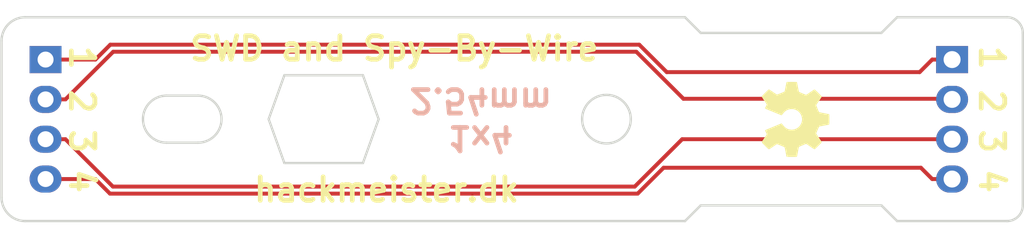
<source format=kicad_pcb>
(kicad_pcb (version 20211014) (generator pcbnew)
  (title_block (title "eClip function board 4 pin 100mil") (company "hackmeister.dk") (comment 1 "CC-BY-SA"))
  (layers (0 "F.Cu" signal) (31 "B.Cu" signal) (34 "B.Paste" user) (35 "F.Paste" user) (36 "B.SilkS" user "B.Silkscreen") (37 "F.SilkS" user "F.Silkscreen") (38 "B.Mask" user) (39 "F.Mask" user) (44 "Edge.Cuts" user))
  (net 0 "")
  (net 1 "Net-(J1-Pad4)")
  (net 2 "Net-(J1-Pad3)")
  (net 3 "Net-(J1-Pad2)")
  (net 4 "Net-(J1-Pad1)")
  (footprint "Pin_Headers:Pin_Header_Straight_1x04" (layer "F.Cu") (at 52.8 52.7)
    (fp_text reference "J1" hide)
    (fp_text value "Conn_01x04" hide)
    (pad "1" thru_hole rect locked (at 0 0) (size 2.032 1.7272) (drill 1.016) (layers *.Cu *.Mask) (net 4 "Net-(J1-Pad1)"))
    (pad "2" thru_hole oval locked (at 0 2.54) (size 2.032 1.7272) (drill 1.016) (layers *.Cu *.Mask) (net 3 "Net-(J1-Pad2)"))
    (pad "3" thru_hole oval locked (at 0 5.08) (size 2.032 1.7272) (drill 1.016) (layers *.Cu *.Mask) (net 2 "Net-(J1-Pad3)"))
    (pad "4" thru_hole oval locked (at 0 7.62) (size 2.032 1.7272) (drill 1.016) (layers *.Cu *.Mask) (net 1 "Net-(J1-Pad4)"))
  )
  (footprint "Pin_Headers:Pin_Header_Straight_1x04" (layer "F.Cu") (at 110.5 52.7)
    (fp_text reference "J2" hide)
    (fp_text value "Conn_01x04" hide)
    (pad "1" thru_hole rect locked (at 0 0) (size 2.032 1.7272) (drill 1.08) (layers *.Cu *.Mask) (net 4 "Net-(J1-Pad1)"))
    (pad "2" thru_hole oval locked (at 0 2.54) (size 2.032 1.7272) (drill 1.08) (layers *.Cu *.Mask) (net 3 "Net-(J1-Pad2)"))
    (pad "3" thru_hole oval locked (at 0 5.08) (size 2.032 1.7272) (drill 1.08) (layers *.Cu *.Mask) (net 2 "Net-(J1-Pad3)"))
    (pad "4" thru_hole oval locked (at 0 7.62) (size 2.032 1.7272) (drill 1.08) (layers *.Cu *.Mask) (net 1 "Net-(J1-Pad4)"))
  )
  (footprint "Aesthetics:oshw_logo_5.0mm" (layer "F.Cu") (at 100.5 56.5 -90)
    (fp_text reference "G***" hide)
    (fp_text value "LOGO" hide)
    (fp_poly (pts (xy 0.111434 -2.184355) (xy 0.186793 -2.184044) (xy 0.242845 -2.1832) (xy 0.282638 -2.181562) (xy 0.309217 -2.178862) (xy 0.32563 -2.174838) (xy 0.334924 -2.169224) (xy 0.340145 -2.161756) (xy 0.342779 -2.155825) (xy 0.348476 -2.135392) (xy 0.357787 -2.093937) (xy 0.369897 -2.035449) (xy 0.38399 -1.963918) (xy 0.399253 -1.883334) (xy 0.406863 -1.842018) (xy 0.422263 -1.759231) (xy 0.436763 -1.684265) (xy 0.449583 -1.620932) (xy 0.459938 -1.573044) (xy 0.467047 -1.544413) (xy 0.469168 -1.538459) (xy 0.483098 -1.52899) (xy 0.516094 -1.512159) (xy 0.563589 -1.489913) (xy 0.621018 -1.464204) (xy 0.683814 -1.436979) (xy 0.747411 -1.410187) (xy 0.807244 -1.385778) (xy 0.858745 -1.365701) (xy 0.89735 -1.351904) (xy 0.918492 -1.346337) (xy 0.919335 -1.346306) (xy 0.933315 -1.353246) (xy 0.965159 -1.372703) (xy 1.011855 -1.40272) (xy 1.070396 -1.441341) (xy 1.137771 -1.486607) (xy 1.19282 -1.524106) (xy 1.264862 -1.573094) (xy 1.330329 -1.616911) (xy 1.386217 -1.653602) (xy 1.429519 -1.681213) (xy 1.45723 -1.697787) (xy 1.466006 -1.7018) (xy 1.479604 -1.693044) (xy 1.507576 -1.6688) (xy 1.546921 -1.632111) (xy 1.594637 -1.586018) (xy 1.647723 -1.533561) (xy 1.703177 -1.477781) (xy 1.757999 -1.42172) (xy 1.809186 -1.368417) (xy 1.853739 -1.320915) (xy 1.888655 -1.282254) (xy 1.910932 -1.255474) (xy 1.9177 -1.244142) (xy 1.911874 -1.228015) (xy 1.894027 -1.196072) (xy 1.863601 -1.147457) (xy 1.820038 -1.081315) (xy 1.762781 -0.99679) (xy 1.691274 -0.893026) (xy 1.655996 -0.842266) (xy 1.623255 -0.793649) (xy 1.596832 -0.751357) (xy 1.579741 -0.720415) (xy 1.5748 -0.706875) (xy 1.579603 -0.69071) (xy 1.592737 -0.655838) (xy 1.612286 -0.606797) (xy 1.636336 -0.548123) (xy 1.662972 -0.484351) (xy 1.690279 -0.420019) (xy 1.716341 -0.359662) (xy 1.739245 -0.307816) (xy 1.757076 -0.269018) (xy 1.767917 -0.247804) (xy 1.769553 -0.245513) (xy 1.78339 -0.241411) (xy 1.818662 -0.23346) (xy 1.87182 -0.222389) (xy 1.939314 -0.208926) (xy 2.017597 -0.193798) (xy 2.070506 -0.183805) (xy 2.154519 -0.167934) (xy 2.230703 -0.15327) (xy 2.295334 -0.140553) (xy 2.344685 -0.130522) (xy 2.37503 -0.123916) (xy 2.382579 -0.121898) (xy 2.388157 -0.115705) (xy 2.392479 -0.100135) (xy 2.39569 -0.072502) (xy 2.397933 -0.030121) (xy 2.399353 0.029695) (xy 2.400094 0.109632) (xy 2.400299 0.208295) (xy 2.400181 0.307636) (xy 2.399695 0.384513) (xy 2.398643 0.441858) (xy 2.396827 0.482607) (xy 2.394051 0.509695) (xy 2.390115 0.526055) (xy 2.384824 0.534622) (xy 2.378075 0.538302) (xy 2.356063 0.543413) (xy 2.3161 0.551457) (xy 2.265258 0.561034) (xy 2.24155 0.565321) (xy 2.117801 0.587681) (xy 2.017073 0.606531) (xy 1.937298 0.622335) (xy 1.876409 0.635557) (xy 1.832339 0.646661) (xy 1.80302 0.65611) (xy 1.786385 0.664369) (xy 1.782009 0.668416) (xy 1.773299 0.685233) (xy 1.757362 0.720782) (xy 1.736022 0.770589) (xy 1.711098 0.830178) (xy 1.684411 0.895074) (xy 1.657782 0.960802) (xy 1.633034 1.022887) (xy 1.611985 1.076853) (xy 1.596458 1.118224) (xy 1.588274 1.142527) (xy 1.587464 1.146526) (xy 1.594376 1.159384) (xy 1.613738 1.190038) (xy 1.64352 1.235412) (xy 1.68169 1.292432) (xy 1.726219 1.358026) (xy 1.7526 1.39652) (xy 1.799945 1.46637) (xy 1.841988 1.530297) (xy 1.876672 1.585018) (xy 1.901942 1.627248) (xy 1.91574 1.653704) (xy 1.9177 1.660169) (xy 1.908866 1.675936) (xy 1.88377 1.706928) (xy 1.844515 1.750828) (xy 1.79321 1.805319) (xy 1.731957 1.868083) (xy 1.696686 1.903408) (xy 1.62769 1.971797) (xy 1.574215 2.024081) (xy 1.5339 2.062192) (xy 1.504384 2.088064) (xy 1.483305 2.103629) (xy 1.468303 2.110821) (xy 1.457016 2.111572) (xy 1.447084 2.107817) (xy 1.447038 2.107792) (xy 1.428193 2.096148) (xy 1.392068 2.072462) (xy 1.342264 2.039149) (xy 1.282386 1.998622) (xy 1.216038 1.953298) (xy 1.198983 1.941583) (xy 1.132693 1.896504) (xy 1.072898 1.856798) (xy 1.022937 1.824603) (xy 0.986146 1.80206) (xy 0.965865 1.791307) (xy 0.963542 1.7907) (xy 0.946001 1.796249) (xy 0.911705 1.811191) (xy 0.86631 1.832967) (xy 0.834429 1.849109) (xy 0.783464 1.873833) (xy 0.742639 1.890544) (xy 0.716612 1.89747) (xy 0.710212 1.896392) (xy 0.702727 1.882253) (xy 0.686899 1.847593) (xy 0.664015 1.795395) (xy 0.635363 1.728639) (xy 0.602229 1.650309) (xy 0.565901 1.563387) (xy 0.552058 1.530007) (xy 0.511417 1.43187) (xy 0.470535 1.333258) (xy 0.431366 1.238881) (xy 0.395866 1.153449) (xy 0.365992 1.081672) (xy 0.343698 1.028257) (xy 0.342215 1.024713) (xy 0.318446 0.96666) (xy 0.298801 0.91624) (xy 0.285174 0.878498) (xy 0.279463 0.858478) (xy 0.2794 0.857553) (xy 0.289106 0.842435) (xy 0.314784 0.81803) (xy 0.351272 0.789138) (xy 0.358775 0.783699) (xy 0.469563 0.692135) (xy 0.556364 0.592688) (xy 0.619538 0.484707) (xy 0.659446 0.367542) (xy 0.67645 0.240541) (xy 0.67716 0.20955) (xy 0.666578 0.082535) (xy 0.633408 -0.034164) (xy 0.576826 -0.142612) (xy 0.49601 -0.244869) (xy 0.495377 -0.245547) (xy 0.400425 -0.329495) (xy 0.294542 -0.392157) (xy 0.180851 -0.433403) (xy 0.062475 -0.453105) (xy -0.057464 -0.451134) (xy -0.175843 -0.427362) (xy -0.28954 -0.38166) (xy -0.395431 -0.313899) (xy -0.43142 -0.28374) (xy -0.519804 -0.188532) (xy -0.585245 -0.082458) (xy -0.627561 0.034071) (xy -0.646569 0.160645) (xy -0.6477 0.201869) (xy -0.638645 0.328752) (xy -0.610541 0.442511) (xy -0.561983 0.54579) (xy -0.491562 0.641228) (xy -0.397874 0.73147) (xy -0.342612 0.774913) (xy -0.302571 0.806539) (xy -0.271946 0.834426) (xy -0.255523 0.854061) (xy -0.254 0.85849) (xy -0.258708 0.874088) (xy -0.272083 0.910288) (xy -0.293001 0.964256) (xy -0.320341 1.033155) (xy -0.352979 1.114151) (xy -0.389793 1.204408) (xy -0.420746 1.279563) (xy -0.462042 1.379483) (xy -0.501943 1.476158) (xy -0.538971 1.565996) (xy -0.571648 1.645405) (xy -0.598494 1.710794) (xy -0.618032 1.758569) (xy -0.625919 1.778) (xy -0.64994 1.836664) (xy -0.669029 1.874105) (xy -0.688403 1.892385) (xy -0.713279 1.893565) (xy -0.748873 1.879706) (xy -0.800404 1.852871) (xy -0.806786 1.849473) (xy -0.855627 1.824337) (xy -0.897068 1.804567) (xy -0.925397 1.792809) (xy -0.933724 1.7907) (xy -0.948527 1.79759) (xy -0.981044 1.816912) (xy -1.028101 1.846641) (xy -1.086528 1.884752) (xy -1.153151 1.929219) (xy -1.192355 1.9558) (xy -1.261682 2.002808) (xy -1.324043 2.044608) (xy -1.376381 2.07919) (xy -1.415635 2.104542) (xy -1.438748 2.118655) (xy -1.443517 2.1209) (xy -1.454646 2.112312) (xy -1.481149 2.088178) (xy -1.520468 2.05094) (xy -1.570046 2.003041) (xy -1.627325 1.946923) (xy -1.672403 1.902299) (xy -1.733518 1.840672) (xy -1.788104 1.783955) (xy -1.833678 1.734866) (xy -1.86776 1.69612) (xy -1.887868 1.670434) (xy -1.892301 1.661619) (xy -1.88533 1.645174) (xy -1.865796 1.611231) (xy -1.83576 1.563057) (xy -1.797286 1.503919) (xy -1.752438 1.437084) (xy -1.727573 1.400794) (xy -1.680322 1.331671) (xy -1.638332 1.269019) (xy -1.603659 1.216007) (xy -1.578359 1.175804) (xy -1.564488 1.151579) (xy -1.562473 1.146326) (xy -1.567009 1.128281) (xy -1.579729 1.091444) (xy -1.598796 1.040364) (xy -1.622371 0.97959) (xy -1.648617 0.913668) (xy -1.675695 0.847147) (xy -1.701768 0.784575) (xy -1.724998 0.7305) (xy -1.743547 0.68947) (xy -1.755576 0.666033) (xy -1.757843 0.662891) (xy -1.774549 0.655928) (xy -1.812507 0.645538) (xy -1.867932 0.63258) (xy -1.937039 0.617916) (xy -2.016045 0.602405) (xy -2.058537 0.594518) (xy -2.14107 0.579082) (xy -2.215608 0.564363) (xy -2.278373 0.55117) (xy -2.325588 0.540312) (xy -2.353475 0.532598) (xy -2.359025 0.530146) (xy -2.364553 0.513562) (xy -2.36902 0.476184) (xy -2.372437 0.422192) (xy -2.374815 0.355765) (xy -2.376164 0.281085) (xy -2.376495 0.202331) (xy -2.375818 0.123682) (xy -2.374144 0.049319) (xy -2.371482 -0.016578) (xy -2.367844 -0.06983) (xy -2.36324 -0.106256) (xy -2.35768 -0.121677) (xy -2.357394 -0.121816) (xy -2.340372 -0.125967) (xy -2.30209 -0.133979) (xy -2.246265 -0.145116) (xy -2.17662 -0.158643) (xy -2.096873 -0.173824) (xy -2.045079 -0.183542) (xy -1.961507 -0.199502) (xy -1.88627 -0.214571) (xy -1.822974 -0.227967) (xy -1.775226 -0.238913) (xy -1.746632 -0.246628) (xy -1.740101 -0.24945) (xy -1.73049 -0.266097) (xy -1.713576 -0.301559) (xy -1.691308 -0.351182) (xy -1.665638 -0.410312) (xy -1.638516 -0.474296) (xy -1.611893 -0.538479) (xy -1.587719 -0.598209) (xy -1.567946 -0.648832) (xy -1.554525 -0.685694) (xy -1.549405 -0.704142) (xy -1.5494 -0.704369) (xy -1.556346 -0.72086) (xy -1.575823 -0.754911) (xy -1.605794 -0.803278) (xy -1.644219 -0.862717) (xy -1.689059 -0.929982) (xy -1.716156 -0.969776) (xy -1.764046 -1.040169) (xy -1.807128 -1.104607) (xy -1.843271 -1.159814) (xy -1.870346 -1.202513) (xy -1.886224 -1.229429) (xy -1.88941 -1.236311) (xy -1.886622 -1.249132) (xy -1.872423 -1.271095) (xy -1.845371 -1.303846) (xy -1.804023 -1.349031) (xy -1.746937 -1.408294) (xy -1.675166 -1.480786) (xy -1.613507 -1.541902) (xy -1.5572 -1.596537) (xy -1.508873 -1.642237) (xy -1.471153 -1.676547) (xy -1.446668 -1.697013) (xy -1.438616 -1.7018) (xy -1.424123 -1.69485) (xy -1.391901 -1.675332) (xy -1.345028 -1.645246) (xy -1.286584 -1.60659) (xy -1.219645 -1.561364) (xy -1.17178 -1.528521) (xy -1.100601 -1.479713) (xy -1.035645 -1.435788) (xy -0.980049 -1.398818) (xy -0.936953 -1.370876) (xy -0.909495 -1.354035) (xy -0.901491 -1.350015) (xy -0.884222 -1.352996) (xy -0.848282 -1.364178) (xy -0.798337 -1.381724) (xy -0.73905 -1.403798) (xy -0.675084 -1.428566) (xy -0.611102 -1.454192) (xy -0.551768 -1.478838) (xy -0.501746 -1.500671) (xy -0.4657 -1.517853) (xy -0.448507 -1.528333) (xy -0.442093 -1.544465) (xy -0.432029 -1.58202) (xy -0.419123 -1.63741) (xy -0.404183 -1.707052) (xy -0.388014 -1.78736) (xy -0.375657 -1.851956) (xy -0.359425 -1.937637) (xy -0.344366 -2.015142) (xy -0.331196 -2.080937) (xy -0.320634 -2.131485) (xy -0.313397 -2.163249) (xy -0.310576 -2.172631) (xy -0.296189 -2.176023) (xy -0.259511 -2.17899) (xy -0.203648 -2.181418) (xy -0.131706 -2.183194) (xy -0.046792 -2.184206) (xy 0.013721 -2.1844) (xy 0.111434 -2.184355)) (layer "F.SilkS") (width 0.01) (fill solid))
  )
  (gr_arc (start 60.5 58) (mid 59 56.5) (end 60.5 55) (layer "Edge.Cuts") (width 0.15))
  (gr_line (start 115 51) (end 115 62) (layer "Edge.Cuts") (width 0.15))
  (gr_line (start 68 53.7) (end 73 53.7) (layer "Edge.Cuts") (width 0.15))
  (gr_arc (start 62.5 55) (mid 64 56.5) (end 62.5 58) (layer "Edge.Cuts") (width 0.15))
  (gr_line (start 73 53.7) (end 74 56.5) (layer "Edge.Cuts") (width 0.15))
  (gr_line (start 60.5 58) (end 62.5 58) (layer "Edge.Cuts") (width 0.15))
  (gr_line (start 107 50) (end 106 51) (layer "Edge.Cuts") (width 0.15))
  (gr_circle (center 88.5 56.5) (end 90.05 56.5) (layer "Edge.Cuts") (width 0.15) (fill none))
  (gr_line (start 68 59.3) (end 67 56.5) (layer "Edge.Cuts") (width 0.15))
  (gr_line (start 94.5 62) (end 106 62) (layer "Edge.Cuts") (width 0.15))
  (gr_line (start 94.5 51) (end 93.5 50) (layer "Edge.Cuts") (width 0.15))
  (gr_line (start 51.5 63) (end 93.5 63) (layer "Edge.Cuts") (width 0.15))
  (gr_line (start 67 56.5) (end 68 53.7) (layer "Edge.Cuts") (width 0.15))
  (gr_line (start 93.5 50) (end 51.5 50) (layer "Edge.Cuts") (width 0.15))
  (gr_line (start 60.5 55) (end 62.5 55) (layer "Edge.Cuts") (width 0.15))
  (gr_arc (start 115 62) (mid 114.707107 62.707107) (end 114 63) (layer "Edge.Cuts") (width 0.15))
  (gr_line (start 74 56.5) (end 73 59.3) (layer "Edge.Cuts") (width 0.15))
  (gr_line (start 106 51) (end 94.5 51) (layer "Edge.Cuts") (width 0.15))
  (gr_arc (start 51.5 63) (mid 50.43934 62.56066) (end 50 61.5) (layer "Edge.Cuts") (width 0.15))
  (gr_line (start 107 63) (end 114 63) (layer "Edge.Cuts") (width 0.15))
  (gr_arc (start 50 51.5) (mid 50.43934 50.43934) (end 51.5 50) (layer "Edge.Cuts") (width 0.15))
  (gr_line (start 50 51.5) (end 50 61.5) (layer "Edge.Cuts") (width 0.15))
  (gr_arc (start 114 50) (mid 114.707107 50.292893) (end 115 51) (layer "Edge.Cuts") (width 0.15))
  (gr_line (start 73 59.3) (end 68 59.3) (layer "Edge.Cuts") (width 0.15))
  (gr_line (start 114 50) (end 107 50) (layer "Edge.Cuts") (width 0.15))
  (gr_line (start 106 62) (end 107 63) (layer "Edge.Cuts") (width 0.15))
  (gr_line (start 93.5 63) (end 94.5 62) (layer "Edge.Cuts") (width 0.15))
  (gr_text "1x4\n2.54mm" (at 80.5 56.5 180) (layer "B.SilkS") (effects (font (size 1.5 1.5) (thickness 0.3)) (justify mirror)))
  (gr_text "2" (at 113.03 55.372 270) (layer "F.SilkS") (effects (font (size 1.5 1.5) (thickness 0.3))))
  (gr_text "3" (at 113.03 57.912 270) (layer "F.SilkS") (effects (font (size 1.5 1.5) (thickness 0.3))))
  (gr_text "4" (at 113.03 60.452 270) (layer "F.SilkS") (effects (font (size 1.5 1.5) (thickness 0.3))))
  (gr_text "1" (at 55.118 52.578 270) (layer "F.SilkS") (effects (font (size 1.5 1.5) (thickness 0.3))))
  (gr_text "3" (at 55.118 57.912 270) (layer "F.SilkS") (effects (font (size 1.5 1.5) (thickness 0.3))))
  (gr_text "4" (at 55.118 60.452 270) (layer "F.SilkS") (effects (font (size 1.5 1.5) (thickness 0.3))))
  (gr_text "2" (at 55.118 55.372 270) (layer "F.SilkS") (effects (font (size 1.5 1.5) (thickness 0.3))))
  (gr_text "hackmeister.dk" (at 74.5 61) (layer "F.SilkS") (effects (font (size 1.5 1.5) (thickness 0.3))))
  (gr_text "1" (at 113.03 52.578 270) (layer "F.SilkS") (effects (font (size 1.5 1.5) (thickness 0.3))))
  (gr_text "SWD and Spy-By-Wire" (at 75 52) (layer "F.SilkS") (effects (font (size 1.5 1.5) (thickness 0.3))))
  (segment (start 90.4864 61.250011) (end 92.136411 59.6) (width 0.25) (layer "F.Cu") (net 1))
  (segment (start 55.969589 60.32) (end 56.8996 61.250011) (width 0.25) (layer "F.Cu") (net 1))
  (segment (start 109.234 60.32) (end 110.5 60.32) (width 0.25) (layer "F.Cu") (net 1))
  (segment (start 92.136411 59.6) (end 108.514 59.6) (width 0.25) (layer "F.Cu") (net 1))
  (segment (start 108.514 59.6) (end 109.234 60.32) (width 0.25) (layer "F.Cu") (net 1))
  (segment (start 52.8 60.32) (end 55.969589 60.32) (width 0.25) (layer "F.Cu") (net 1))
  (segment (start 56.8996 61.250011) (end 90.4864 61.250011) (width 0.25) (layer "F.Cu") (net 1))
  (segment (start 57.086 60.8) (end 90.3 60.8) (width 0.25) (layer "F.Cu") (net 2))
  (segment (start 93.32 57.78) (end 110.5 57.78) (width 0.25) (layer "F.Cu") (net 2))
  (segment (start 52.8 57.78) (end 54.066 57.78) (width 0.25) (layer "F.Cu") (net 2))
  (segment (start 54.066 57.78) (end 57.086 60.8) (width 0.25) (layer "F.Cu") (net 2))
  (segment (start 90.3 60.8) (end 93.32 57.78) (width 0.25) (layer "F.Cu") (net 2))
  (segment (start 57.106 52.2) (end 90.4 52.2) (width 0.25) (layer "F.Cu") (net 3))
  (segment (start 90.4 52.2) (end 93.4 55.2) (width 0.25) (layer "F.Cu") (net 3))
  (segment (start 52.8 55.24) (end 54.066 55.24) (width 0.25) (layer "F.Cu") (net 3))
  (segment (start 54.066 55.24) (end 57.106 52.2) (width 0.25) (layer "F.Cu") (net 3))
  (segment (start 110.46 55.2) (end 110.5 55.24) (width 0.25) (layer "F.Cu") (net 3))
  (segment (start 93.4 55.2) (end 110.46 55.2) (width 0.25) (layer "F.Cu") (net 3))
  (segment (start 92.336411 53.5) (end 108.434 53.5) (width 0.25) (layer "F.Cu") (net 4))
  (segment (start 56.9196 51.749989) (end 90.5864 51.749989) (width 0.25) (layer "F.Cu") (net 4))
  (segment (start 90.5864 51.749989) (end 92.336411 53.5) (width 0.25) (layer "F.Cu") (net 4))
  (segment (start 52.8 52.7) (end 55.969589 52.7) (width 0.25) (layer "F.Cu") (net 4))
  (segment (start 109.234 52.7) (end 110.5 52.7) (width 0.25) (layer "F.Cu") (net 4))
  (segment (start 55.969589 52.7) (end 56.9196 51.749989) (width 0.25) (layer "F.Cu") (net 4))
  (segment (start 108.434 53.5) (end 109.234 52.7) (width 0.25) (layer "F.Cu") (net 4))
)
</source>
